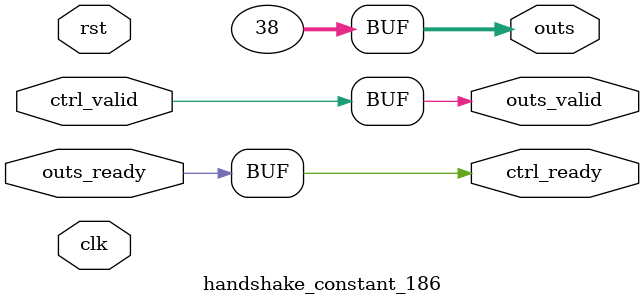
<source format=v>
`timescale 1ns / 1ps
module handshake_constant_186 #(
  parameter DATA_WIDTH = 32  // Default set to 32 bits
) (
  input                       clk,
  input                       rst,
  // Input Channel
  input                       ctrl_valid,
  output                      ctrl_ready,
  // Output Channel
  output [DATA_WIDTH - 1 : 0] outs,
  output                      outs_valid,
  input                       outs_ready
);
  assign outs       = 7'b0100110;
  assign outs_valid = ctrl_valid;
  assign ctrl_ready = outs_ready;

endmodule

</source>
